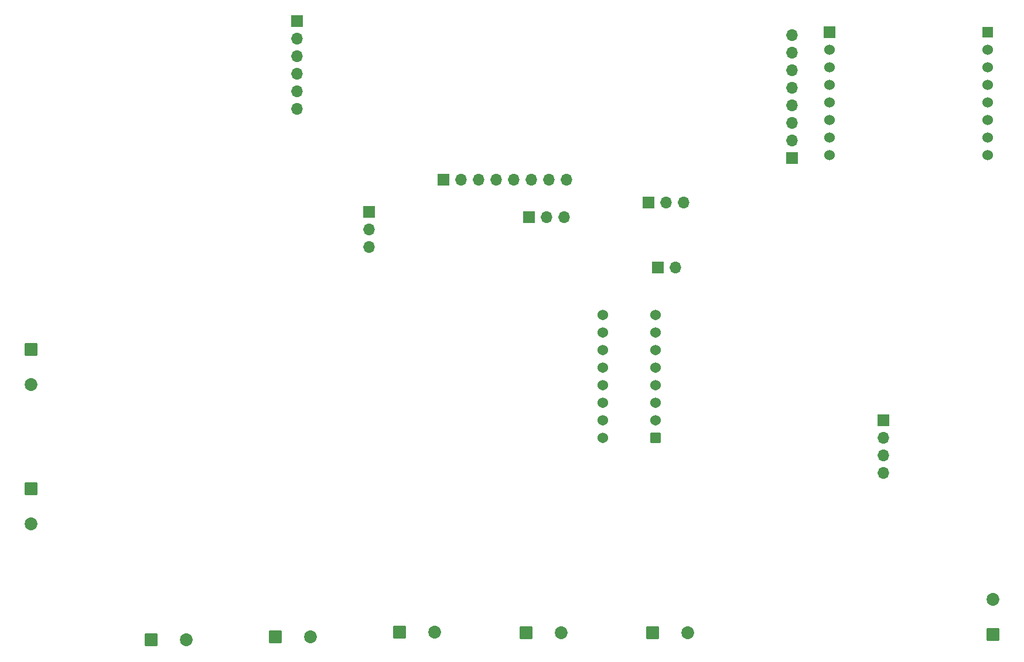
<source format=gbr>
%TF.GenerationSoftware,KiCad,Pcbnew,8.0.0*%
%TF.CreationDate,2025-03-23T20:25:23+05:30*%
%TF.ProjectId,MCU_motorcycle,4d43555f-6d6f-4746-9f72-6379636c652e,rev?*%
%TF.SameCoordinates,Original*%
%TF.FileFunction,Soldermask,Bot*%
%TF.FilePolarity,Negative*%
%FSLAX46Y46*%
G04 Gerber Fmt 4.6, Leading zero omitted, Abs format (unit mm)*
G04 Created by KiCad (PCBNEW 8.0.0) date 2025-03-23 20:25:23*
%MOMM*%
%LPD*%
G01*
G04 APERTURE LIST*
G04 Aperture macros list*
%AMRoundRect*
0 Rectangle with rounded corners*
0 $1 Rounding radius*
0 $2 $3 $4 $5 $6 $7 $8 $9 X,Y pos of 4 corners*
0 Add a 4 corners polygon primitive as box body*
4,1,4,$2,$3,$4,$5,$6,$7,$8,$9,$2,$3,0*
0 Add four circle primitives for the rounded corners*
1,1,$1+$1,$2,$3*
1,1,$1+$1,$4,$5*
1,1,$1+$1,$6,$7*
1,1,$1+$1,$8,$9*
0 Add four rect primitives between the rounded corners*
20,1,$1+$1,$2,$3,$4,$5,0*
20,1,$1+$1,$4,$5,$6,$7,0*
20,1,$1+$1,$6,$7,$8,$9,0*
20,1,$1+$1,$8,$9,$2,$3,0*%
G04 Aperture macros list end*
%ADD10RoundRect,0.102000X-0.825000X-0.825000X0.825000X-0.825000X0.825000X0.825000X-0.825000X0.825000X0*%
%ADD11C,1.854000*%
%ADD12RoundRect,0.102000X0.664000X0.664000X-0.664000X0.664000X-0.664000X-0.664000X0.664000X-0.664000X0*%
%ADD13C,1.532000*%
%ADD14R,1.700000X1.700000*%
%ADD15O,1.700000X1.700000*%
%ADD16R,1.676400X1.676400*%
%ADD17C,1.524000*%
%ADD18R,1.524000X1.524000*%
%ADD19RoundRect,0.102000X0.825000X-0.825000X0.825000X0.825000X-0.825000X0.825000X-0.825000X-0.825000X0*%
%ADD20RoundRect,0.102000X-0.825000X0.825000X-0.825000X-0.825000X0.825000X-0.825000X0.825000X0.825000X0*%
G04 APERTURE END LIST*
D10*
%TO.C,J13*%
X111970000Y-138250000D03*
D11*
X117050000Y-138250000D03*
%TD*%
D12*
%TO.C,U5*%
X149000000Y-110140000D03*
D13*
X149000000Y-107600000D03*
X149000000Y-105060000D03*
X149000000Y-102520000D03*
X149000000Y-99980000D03*
X149000000Y-97440000D03*
X149000000Y-94900000D03*
X149000000Y-92360000D03*
X141380000Y-92360000D03*
X141380000Y-94900000D03*
X141380000Y-97440000D03*
X141380000Y-99980000D03*
X141380000Y-102520000D03*
X141380000Y-105060000D03*
X141380000Y-107600000D03*
X141380000Y-110140000D03*
%TD*%
D14*
%TO.C,J8*%
X118320000Y-72800000D03*
D15*
X120860000Y-72800000D03*
X123400000Y-72800000D03*
X125940000Y-72800000D03*
X128480000Y-72800000D03*
X131020000Y-72800000D03*
X133560000Y-72800000D03*
X136100000Y-72800000D03*
%TD*%
D14*
%TO.C,J4*%
X149360000Y-85500000D03*
D15*
X151900000Y-85500000D03*
%TD*%
D16*
%TO.C,CON1*%
X174127500Y-51472500D03*
D17*
X174127500Y-54012500D03*
X174127500Y-56552500D03*
X174127500Y-59092500D03*
X174127500Y-61632500D03*
X174127500Y-64172500D03*
X174127500Y-66712500D03*
X174127500Y-69252500D03*
X196987500Y-69252500D03*
X196987500Y-66712500D03*
X196987500Y-64172500D03*
X196987500Y-61632500D03*
X196987500Y-59092500D03*
X196987500Y-56552500D03*
X196987500Y-54012500D03*
D18*
X196987500Y-51472500D03*
%TD*%
D14*
%TO.C,J18*%
X130720000Y-78200000D03*
D15*
X133260000Y-78200000D03*
X135800000Y-78200000D03*
%TD*%
D19*
%TO.C,J10*%
X197800000Y-138540000D03*
D11*
X197800000Y-133460000D03*
%TD*%
D14*
%TO.C,J6*%
X97150000Y-49875000D03*
D15*
X97150000Y-52415000D03*
X97150000Y-54955000D03*
X97150000Y-57495000D03*
X97150000Y-60035000D03*
X97150000Y-62575000D03*
%TD*%
D10*
%TO.C,J14*%
X94010000Y-138900000D03*
D11*
X99090000Y-138900000D03*
%TD*%
D20*
%TO.C,J16*%
X58700000Y-117520000D03*
D11*
X58700000Y-122600000D03*
%TD*%
D10*
%TO.C,J15*%
X76070000Y-139350000D03*
D11*
X81150000Y-139350000D03*
%TD*%
D10*
%TO.C,J12*%
X130270000Y-138350000D03*
D11*
X135350000Y-138350000D03*
%TD*%
D14*
%TO.C,J3*%
X168700000Y-69640000D03*
D15*
X168700000Y-67100000D03*
X168700000Y-64560000D03*
X168700000Y-62020000D03*
X168700000Y-59480000D03*
X168700000Y-56940000D03*
X168700000Y-54400000D03*
X168700000Y-51860000D03*
%TD*%
D14*
%TO.C,J9*%
X181925000Y-107620000D03*
D15*
X181925000Y-110160000D03*
X181925000Y-112700000D03*
X181925000Y-115240000D03*
%TD*%
D10*
%TO.C,J11*%
X148570000Y-138350000D03*
D11*
X153650000Y-138350000D03*
%TD*%
D14*
%TO.C,J2*%
X107600000Y-77475000D03*
D15*
X107600000Y-80015000D03*
X107600000Y-82555000D03*
%TD*%
D14*
%TO.C,J1*%
X147960000Y-76100000D03*
D15*
X150500000Y-76100000D03*
X153040000Y-76100000D03*
%TD*%
D20*
%TO.C,J17*%
X58700000Y-97370000D03*
D11*
X58700000Y-102450000D03*
%TD*%
M02*

</source>
